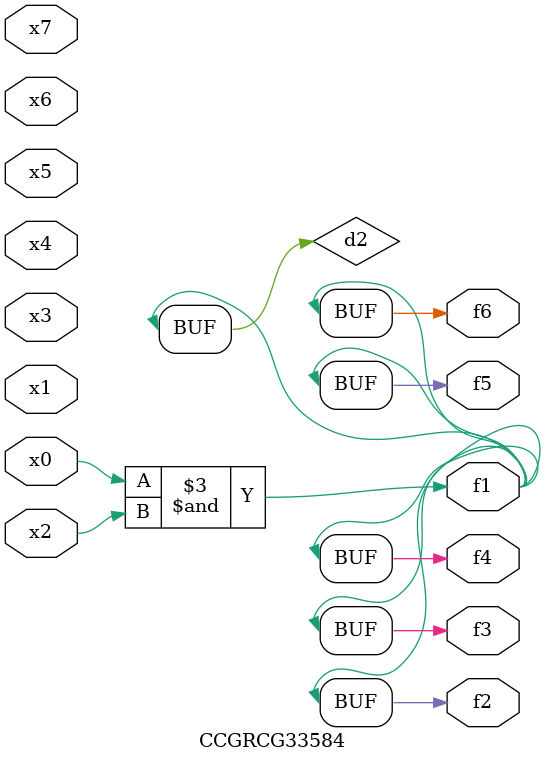
<source format=v>
module CCGRCG33584(
	input x0, x1, x2, x3, x4, x5, x6, x7,
	output f1, f2, f3, f4, f5, f6
);

	wire d1, d2;

	nor (d1, x3, x6);
	and (d2, x0, x2);
	assign f1 = d2;
	assign f2 = d2;
	assign f3 = d2;
	assign f4 = d2;
	assign f5 = d2;
	assign f6 = d2;
endmodule

</source>
